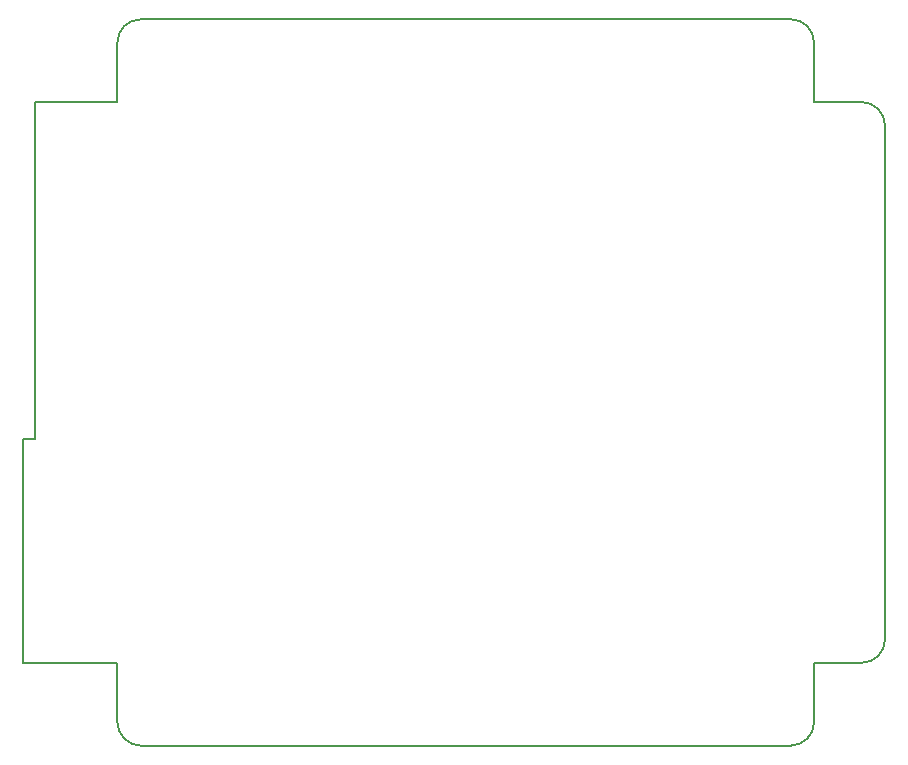
<source format=gko>
G04 Layer_Color=16711935*
%FSLAX44Y44*%
%MOMM*%
G71*
G01*
G75*
%ADD52C,0.2000*%
D52*
X570000Y0D02*
G03*
X590000Y20000I0J20000D01*
G01*
X20000Y615000D02*
G03*
X0Y595000I0J-20000D01*
G01*
X590000D02*
G03*
X570000Y615000I-20000J0D01*
G01*
X650000Y525000D02*
G03*
X630000Y545000I-20000J0D01*
G01*
Y70000D02*
G03*
X650000Y90000I0J20000D01*
G01*
X0Y20000D02*
G03*
X20000Y0I20000J0D01*
G01*
X21000D02*
X570000D01*
X590000Y20000D02*
Y70000D01*
X0Y20000D02*
Y70000D01*
X20000Y615000D02*
X570000D01*
X650000Y90000D02*
Y525000D01*
X-80000Y70000D02*
Y260000D01*
X-70000Y545000D02*
X0D01*
X-80000Y70000D02*
X0D01*
X590000D02*
X630000D01*
X590000Y545000D02*
Y595000D01*
Y545000D02*
X630000D01*
X-70000Y260000D02*
Y545000D01*
X0D02*
Y595000D01*
X-80000Y260000D02*
X-70000D01*
M02*

</source>
